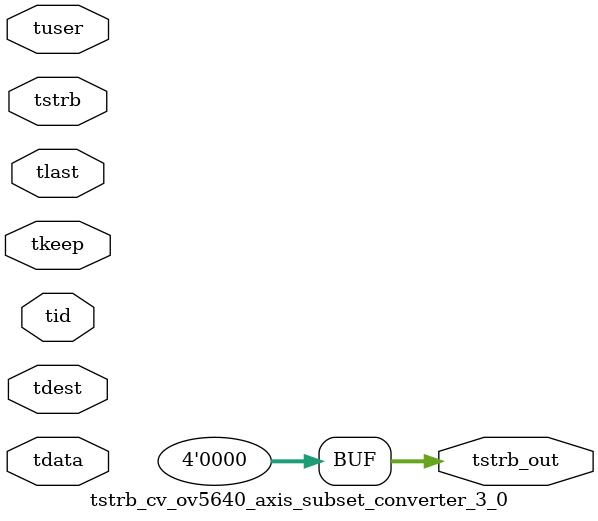
<source format=v>


`timescale 1ps/1ps

module tstrb_cv_ov5640_axis_subset_converter_3_0 #
(
parameter C_S_AXIS_TDATA_WIDTH = 32,
parameter C_S_AXIS_TUSER_WIDTH = 0,
parameter C_S_AXIS_TID_WIDTH   = 0,
parameter C_S_AXIS_TDEST_WIDTH = 0,
parameter C_M_AXIS_TDATA_WIDTH = 32
)
(
input  [(C_S_AXIS_TDATA_WIDTH == 0 ? 1 : C_S_AXIS_TDATA_WIDTH)-1:0     ] tdata,
input  [(C_S_AXIS_TUSER_WIDTH == 0 ? 1 : C_S_AXIS_TUSER_WIDTH)-1:0     ] tuser,
input  [(C_S_AXIS_TID_WIDTH   == 0 ? 1 : C_S_AXIS_TID_WIDTH)-1:0       ] tid,
input  [(C_S_AXIS_TDEST_WIDTH == 0 ? 1 : C_S_AXIS_TDEST_WIDTH)-1:0     ] tdest,
input  [(C_S_AXIS_TDATA_WIDTH/8)-1:0 ] tkeep,
input  [(C_S_AXIS_TDATA_WIDTH/8)-1:0 ] tstrb,
input                                                                    tlast,
output [(C_M_AXIS_TDATA_WIDTH/8)-1:0 ] tstrb_out
);

assign tstrb_out = {1'b0};

endmodule


</source>
